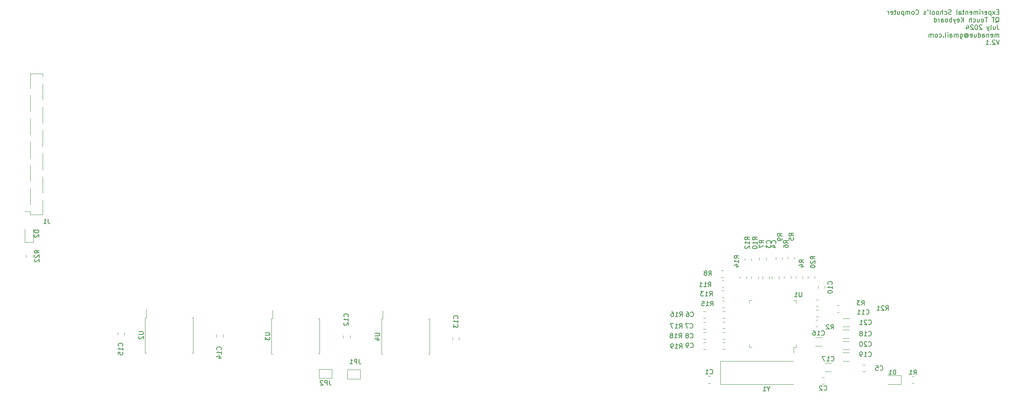
<source format=gbr>
G04 #@! TF.GenerationSoftware,KiCad,Pcbnew,5.1.5+dfsg1-2build2*
G04 #@! TF.CreationDate,2024-07-02T19:45:50+01:00*
G04 #@! TF.ProjectId,qt_touch1,71745f74-6f75-4636-9831-2e6b69636164,rev?*
G04 #@! TF.SameCoordinates,Original*
G04 #@! TF.FileFunction,Legend,Bot*
G04 #@! TF.FilePolarity,Positive*
%FSLAX46Y46*%
G04 Gerber Fmt 4.6, Leading zero omitted, Abs format (unit mm)*
G04 Created by KiCad (PCBNEW 5.1.5+dfsg1-2build2) date 2024-07-02 19:45:50*
%MOMM*%
%LPD*%
G04 APERTURE LIST*
%ADD10C,0.150000*%
%ADD11C,0.120000*%
G04 APERTURE END LIST*
D10*
X244739404Y-59853571D02*
X244406071Y-59853571D01*
X244263214Y-60377380D02*
X244739404Y-60377380D01*
X244739404Y-59377380D01*
X244263214Y-59377380D01*
X243929880Y-60377380D02*
X243406071Y-59710714D01*
X243929880Y-59710714D02*
X243406071Y-60377380D01*
X243025119Y-59710714D02*
X243025119Y-60710714D01*
X243025119Y-59758333D02*
X242929880Y-59710714D01*
X242739404Y-59710714D01*
X242644166Y-59758333D01*
X242596547Y-59805952D01*
X242548928Y-59901190D01*
X242548928Y-60186904D01*
X242596547Y-60282142D01*
X242644166Y-60329761D01*
X242739404Y-60377380D01*
X242929880Y-60377380D01*
X243025119Y-60329761D01*
X241739404Y-60329761D02*
X241834642Y-60377380D01*
X242025119Y-60377380D01*
X242120357Y-60329761D01*
X242167976Y-60234523D01*
X242167976Y-59853571D01*
X242120357Y-59758333D01*
X242025119Y-59710714D01*
X241834642Y-59710714D01*
X241739404Y-59758333D01*
X241691785Y-59853571D01*
X241691785Y-59948809D01*
X242167976Y-60044047D01*
X241263214Y-60377380D02*
X241263214Y-59710714D01*
X241263214Y-59901190D02*
X241215595Y-59805952D01*
X241167976Y-59758333D01*
X241072738Y-59710714D01*
X240977500Y-59710714D01*
X240644166Y-60377380D02*
X240644166Y-59710714D01*
X240644166Y-59377380D02*
X240691785Y-59425000D01*
X240644166Y-59472619D01*
X240596547Y-59425000D01*
X240644166Y-59377380D01*
X240644166Y-59472619D01*
X240167976Y-60377380D02*
X240167976Y-59710714D01*
X240167976Y-59805952D02*
X240120357Y-59758333D01*
X240025119Y-59710714D01*
X239882261Y-59710714D01*
X239787023Y-59758333D01*
X239739404Y-59853571D01*
X239739404Y-60377380D01*
X239739404Y-59853571D02*
X239691785Y-59758333D01*
X239596547Y-59710714D01*
X239453690Y-59710714D01*
X239358452Y-59758333D01*
X239310833Y-59853571D01*
X239310833Y-60377380D01*
X238453690Y-60329761D02*
X238548928Y-60377380D01*
X238739404Y-60377380D01*
X238834642Y-60329761D01*
X238882261Y-60234523D01*
X238882261Y-59853571D01*
X238834642Y-59758333D01*
X238739404Y-59710714D01*
X238548928Y-59710714D01*
X238453690Y-59758333D01*
X238406071Y-59853571D01*
X238406071Y-59948809D01*
X238882261Y-60044047D01*
X237977500Y-59710714D02*
X237977500Y-60377380D01*
X237977500Y-59805952D02*
X237929880Y-59758333D01*
X237834642Y-59710714D01*
X237691785Y-59710714D01*
X237596547Y-59758333D01*
X237548928Y-59853571D01*
X237548928Y-60377380D01*
X237215595Y-59710714D02*
X236834642Y-59710714D01*
X237072738Y-59377380D02*
X237072738Y-60234523D01*
X237025119Y-60329761D01*
X236929880Y-60377380D01*
X236834642Y-60377380D01*
X236072738Y-60377380D02*
X236072738Y-59853571D01*
X236120357Y-59758333D01*
X236215595Y-59710714D01*
X236406071Y-59710714D01*
X236501309Y-59758333D01*
X236072738Y-60329761D02*
X236167976Y-60377380D01*
X236406071Y-60377380D01*
X236501309Y-60329761D01*
X236548928Y-60234523D01*
X236548928Y-60139285D01*
X236501309Y-60044047D01*
X236406071Y-59996428D01*
X236167976Y-59996428D01*
X236072738Y-59948809D01*
X235453690Y-60377380D02*
X235548928Y-60329761D01*
X235596547Y-60234523D01*
X235596547Y-59377380D01*
X234358452Y-60329761D02*
X234215595Y-60377380D01*
X233977500Y-60377380D01*
X233882261Y-60329761D01*
X233834642Y-60282142D01*
X233787023Y-60186904D01*
X233787023Y-60091666D01*
X233834642Y-59996428D01*
X233882261Y-59948809D01*
X233977500Y-59901190D01*
X234167976Y-59853571D01*
X234263214Y-59805952D01*
X234310833Y-59758333D01*
X234358452Y-59663095D01*
X234358452Y-59567857D01*
X234310833Y-59472619D01*
X234263214Y-59425000D01*
X234167976Y-59377380D01*
X233929880Y-59377380D01*
X233787023Y-59425000D01*
X232929880Y-60329761D02*
X233025119Y-60377380D01*
X233215595Y-60377380D01*
X233310833Y-60329761D01*
X233358452Y-60282142D01*
X233406071Y-60186904D01*
X233406071Y-59901190D01*
X233358452Y-59805952D01*
X233310833Y-59758333D01*
X233215595Y-59710714D01*
X233025119Y-59710714D01*
X232929880Y-59758333D01*
X232501309Y-60377380D02*
X232501309Y-59377380D01*
X232072738Y-60377380D02*
X232072738Y-59853571D01*
X232120357Y-59758333D01*
X232215595Y-59710714D01*
X232358452Y-59710714D01*
X232453690Y-59758333D01*
X232501309Y-59805952D01*
X231453690Y-60377380D02*
X231548928Y-60329761D01*
X231596547Y-60282142D01*
X231644166Y-60186904D01*
X231644166Y-59901190D01*
X231596547Y-59805952D01*
X231548928Y-59758333D01*
X231453690Y-59710714D01*
X231310833Y-59710714D01*
X231215595Y-59758333D01*
X231167976Y-59805952D01*
X231120357Y-59901190D01*
X231120357Y-60186904D01*
X231167976Y-60282142D01*
X231215595Y-60329761D01*
X231310833Y-60377380D01*
X231453690Y-60377380D01*
X230548928Y-60377380D02*
X230644166Y-60329761D01*
X230691785Y-60282142D01*
X230739404Y-60186904D01*
X230739404Y-59901190D01*
X230691785Y-59805952D01*
X230644166Y-59758333D01*
X230548928Y-59710714D01*
X230406071Y-59710714D01*
X230310833Y-59758333D01*
X230263214Y-59805952D01*
X230215595Y-59901190D01*
X230215595Y-60186904D01*
X230263214Y-60282142D01*
X230310833Y-60329761D01*
X230406071Y-60377380D01*
X230548928Y-60377380D01*
X229644166Y-60377380D02*
X229739404Y-60329761D01*
X229787023Y-60234523D01*
X229787023Y-59377380D01*
X229215595Y-59377380D02*
X229310833Y-59567857D01*
X228834642Y-60329761D02*
X228739404Y-60377380D01*
X228548928Y-60377380D01*
X228453690Y-60329761D01*
X228406071Y-60234523D01*
X228406071Y-60186904D01*
X228453690Y-60091666D01*
X228548928Y-60044047D01*
X228691785Y-60044047D01*
X228787023Y-59996428D01*
X228834642Y-59901190D01*
X228834642Y-59853571D01*
X228787023Y-59758333D01*
X228691785Y-59710714D01*
X228548928Y-59710714D01*
X228453690Y-59758333D01*
X226644166Y-60282142D02*
X226691785Y-60329761D01*
X226834642Y-60377380D01*
X226929880Y-60377380D01*
X227072738Y-60329761D01*
X227167976Y-60234523D01*
X227215595Y-60139285D01*
X227263214Y-59948809D01*
X227263214Y-59805952D01*
X227215595Y-59615476D01*
X227167976Y-59520238D01*
X227072738Y-59425000D01*
X226929880Y-59377380D01*
X226834642Y-59377380D01*
X226691785Y-59425000D01*
X226644166Y-59472619D01*
X226072738Y-60377380D02*
X226167976Y-60329761D01*
X226215595Y-60282142D01*
X226263214Y-60186904D01*
X226263214Y-59901190D01*
X226215595Y-59805952D01*
X226167976Y-59758333D01*
X226072738Y-59710714D01*
X225929880Y-59710714D01*
X225834642Y-59758333D01*
X225787023Y-59805952D01*
X225739404Y-59901190D01*
X225739404Y-60186904D01*
X225787023Y-60282142D01*
X225834642Y-60329761D01*
X225929880Y-60377380D01*
X226072738Y-60377380D01*
X225310833Y-60377380D02*
X225310833Y-59710714D01*
X225310833Y-59805952D02*
X225263214Y-59758333D01*
X225167976Y-59710714D01*
X225025119Y-59710714D01*
X224929880Y-59758333D01*
X224882261Y-59853571D01*
X224882261Y-60377380D01*
X224882261Y-59853571D02*
X224834642Y-59758333D01*
X224739404Y-59710714D01*
X224596547Y-59710714D01*
X224501309Y-59758333D01*
X224453690Y-59853571D01*
X224453690Y-60377380D01*
X223977500Y-59710714D02*
X223977500Y-60710714D01*
X223977500Y-59758333D02*
X223882261Y-59710714D01*
X223691785Y-59710714D01*
X223596547Y-59758333D01*
X223548928Y-59805952D01*
X223501309Y-59901190D01*
X223501309Y-60186904D01*
X223548928Y-60282142D01*
X223596547Y-60329761D01*
X223691785Y-60377380D01*
X223882261Y-60377380D01*
X223977500Y-60329761D01*
X222644166Y-59710714D02*
X222644166Y-60377380D01*
X223072738Y-59710714D02*
X223072738Y-60234523D01*
X223025119Y-60329761D01*
X222929880Y-60377380D01*
X222787023Y-60377380D01*
X222691785Y-60329761D01*
X222644166Y-60282142D01*
X222310833Y-59710714D02*
X221929880Y-59710714D01*
X222167976Y-59377380D02*
X222167976Y-60234523D01*
X222120357Y-60329761D01*
X222025119Y-60377380D01*
X221929880Y-60377380D01*
X221215595Y-60329761D02*
X221310833Y-60377380D01*
X221501309Y-60377380D01*
X221596547Y-60329761D01*
X221644166Y-60234523D01*
X221644166Y-59853571D01*
X221596547Y-59758333D01*
X221501309Y-59710714D01*
X221310833Y-59710714D01*
X221215595Y-59758333D01*
X221167976Y-59853571D01*
X221167976Y-59948809D01*
X221644166Y-60044047D01*
X220739404Y-60377380D02*
X220739404Y-59710714D01*
X220739404Y-59901190D02*
X220691785Y-59805952D01*
X220644166Y-59758333D01*
X220548928Y-59710714D01*
X220453690Y-59710714D01*
X244072738Y-62122619D02*
X244167976Y-62075000D01*
X244263214Y-61979761D01*
X244406071Y-61836904D01*
X244501309Y-61789285D01*
X244596547Y-61789285D01*
X244548928Y-62027380D02*
X244644166Y-61979761D01*
X244739404Y-61884523D01*
X244787023Y-61694047D01*
X244787023Y-61360714D01*
X244739404Y-61170238D01*
X244644166Y-61075000D01*
X244548928Y-61027380D01*
X244358452Y-61027380D01*
X244263214Y-61075000D01*
X244167976Y-61170238D01*
X244120357Y-61360714D01*
X244120357Y-61694047D01*
X244167976Y-61884523D01*
X244263214Y-61979761D01*
X244358452Y-62027380D01*
X244548928Y-62027380D01*
X243834642Y-61027380D02*
X243263214Y-61027380D01*
X243548928Y-62027380D02*
X243548928Y-61027380D01*
X242310833Y-61027380D02*
X241739404Y-61027380D01*
X242025119Y-62027380D02*
X242025119Y-61027380D01*
X241263214Y-62027380D02*
X241358452Y-61979761D01*
X241406071Y-61932142D01*
X241453690Y-61836904D01*
X241453690Y-61551190D01*
X241406071Y-61455952D01*
X241358452Y-61408333D01*
X241263214Y-61360714D01*
X241120357Y-61360714D01*
X241025119Y-61408333D01*
X240977500Y-61455952D01*
X240929880Y-61551190D01*
X240929880Y-61836904D01*
X240977500Y-61932142D01*
X241025119Y-61979761D01*
X241120357Y-62027380D01*
X241263214Y-62027380D01*
X240072738Y-61360714D02*
X240072738Y-62027380D01*
X240501309Y-61360714D02*
X240501309Y-61884523D01*
X240453690Y-61979761D01*
X240358452Y-62027380D01*
X240215595Y-62027380D01*
X240120357Y-61979761D01*
X240072738Y-61932142D01*
X239167976Y-61979761D02*
X239263214Y-62027380D01*
X239453690Y-62027380D01*
X239548928Y-61979761D01*
X239596547Y-61932142D01*
X239644166Y-61836904D01*
X239644166Y-61551190D01*
X239596547Y-61455952D01*
X239548928Y-61408333D01*
X239453690Y-61360714D01*
X239263214Y-61360714D01*
X239167976Y-61408333D01*
X238739404Y-62027380D02*
X238739404Y-61027380D01*
X238310833Y-62027380D02*
X238310833Y-61503571D01*
X238358452Y-61408333D01*
X238453690Y-61360714D01*
X238596547Y-61360714D01*
X238691785Y-61408333D01*
X238739404Y-61455952D01*
X237072738Y-62027380D02*
X237072738Y-61027380D01*
X236501309Y-62027380D02*
X236929880Y-61455952D01*
X236501309Y-61027380D02*
X237072738Y-61598809D01*
X235691785Y-61979761D02*
X235787023Y-62027380D01*
X235977500Y-62027380D01*
X236072738Y-61979761D01*
X236120357Y-61884523D01*
X236120357Y-61503571D01*
X236072738Y-61408333D01*
X235977500Y-61360714D01*
X235787023Y-61360714D01*
X235691785Y-61408333D01*
X235644166Y-61503571D01*
X235644166Y-61598809D01*
X236120357Y-61694047D01*
X235310833Y-61360714D02*
X235072738Y-62027380D01*
X234834642Y-61360714D02*
X235072738Y-62027380D01*
X235167976Y-62265476D01*
X235215595Y-62313095D01*
X235310833Y-62360714D01*
X234453690Y-62027380D02*
X234453690Y-61027380D01*
X234453690Y-61408333D02*
X234358452Y-61360714D01*
X234167976Y-61360714D01*
X234072738Y-61408333D01*
X234025119Y-61455952D01*
X233977500Y-61551190D01*
X233977500Y-61836904D01*
X234025119Y-61932142D01*
X234072738Y-61979761D01*
X234167976Y-62027380D01*
X234358452Y-62027380D01*
X234453690Y-61979761D01*
X233406071Y-62027380D02*
X233501309Y-61979761D01*
X233548928Y-61932142D01*
X233596547Y-61836904D01*
X233596547Y-61551190D01*
X233548928Y-61455952D01*
X233501309Y-61408333D01*
X233406071Y-61360714D01*
X233263214Y-61360714D01*
X233167976Y-61408333D01*
X233120357Y-61455952D01*
X233072738Y-61551190D01*
X233072738Y-61836904D01*
X233120357Y-61932142D01*
X233167976Y-61979761D01*
X233263214Y-62027380D01*
X233406071Y-62027380D01*
X232215595Y-62027380D02*
X232215595Y-61503571D01*
X232263214Y-61408333D01*
X232358452Y-61360714D01*
X232548928Y-61360714D01*
X232644166Y-61408333D01*
X232215595Y-61979761D02*
X232310833Y-62027380D01*
X232548928Y-62027380D01*
X232644166Y-61979761D01*
X232691785Y-61884523D01*
X232691785Y-61789285D01*
X232644166Y-61694047D01*
X232548928Y-61646428D01*
X232310833Y-61646428D01*
X232215595Y-61598809D01*
X231739404Y-62027380D02*
X231739404Y-61360714D01*
X231739404Y-61551190D02*
X231691785Y-61455952D01*
X231644166Y-61408333D01*
X231548928Y-61360714D01*
X231453690Y-61360714D01*
X230691785Y-62027380D02*
X230691785Y-61027380D01*
X230691785Y-61979761D02*
X230787023Y-62027380D01*
X230977500Y-62027380D01*
X231072738Y-61979761D01*
X231120357Y-61932142D01*
X231167976Y-61836904D01*
X231167976Y-61551190D01*
X231120357Y-61455952D01*
X231072738Y-61408333D01*
X230977500Y-61360714D01*
X230787023Y-61360714D01*
X230691785Y-61408333D01*
X244453690Y-62677380D02*
X244453690Y-63391666D01*
X244501309Y-63534523D01*
X244596547Y-63629761D01*
X244739404Y-63677380D01*
X244834642Y-63677380D01*
X243548928Y-63010714D02*
X243548928Y-63677380D01*
X243977500Y-63010714D02*
X243977500Y-63534523D01*
X243929880Y-63629761D01*
X243834642Y-63677380D01*
X243691785Y-63677380D01*
X243596547Y-63629761D01*
X243548928Y-63582142D01*
X242929880Y-63677380D02*
X243025119Y-63629761D01*
X243072738Y-63534523D01*
X243072738Y-62677380D01*
X242644166Y-63010714D02*
X242406071Y-63677380D01*
X242167976Y-63010714D02*
X242406071Y-63677380D01*
X242501309Y-63915476D01*
X242548928Y-63963095D01*
X242644166Y-64010714D01*
X241072738Y-62772619D02*
X241025119Y-62725000D01*
X240929880Y-62677380D01*
X240691785Y-62677380D01*
X240596547Y-62725000D01*
X240548928Y-62772619D01*
X240501309Y-62867857D01*
X240501309Y-62963095D01*
X240548928Y-63105952D01*
X241120357Y-63677380D01*
X240501309Y-63677380D01*
X239882261Y-62677380D02*
X239787023Y-62677380D01*
X239691785Y-62725000D01*
X239644166Y-62772619D01*
X239596547Y-62867857D01*
X239548928Y-63058333D01*
X239548928Y-63296428D01*
X239596547Y-63486904D01*
X239644166Y-63582142D01*
X239691785Y-63629761D01*
X239787023Y-63677380D01*
X239882261Y-63677380D01*
X239977500Y-63629761D01*
X240025119Y-63582142D01*
X240072738Y-63486904D01*
X240120357Y-63296428D01*
X240120357Y-63058333D01*
X240072738Y-62867857D01*
X240025119Y-62772619D01*
X239977500Y-62725000D01*
X239882261Y-62677380D01*
X239167976Y-62772619D02*
X239120357Y-62725000D01*
X239025119Y-62677380D01*
X238787023Y-62677380D01*
X238691785Y-62725000D01*
X238644166Y-62772619D01*
X238596547Y-62867857D01*
X238596547Y-62963095D01*
X238644166Y-63105952D01*
X239215595Y-63677380D01*
X238596547Y-63677380D01*
X237739404Y-63010714D02*
X237739404Y-63677380D01*
X237977500Y-62629761D02*
X238215595Y-63344047D01*
X237596547Y-63344047D01*
X244739404Y-65327380D02*
X244739404Y-64660714D01*
X244739404Y-64755952D02*
X244691785Y-64708333D01*
X244596547Y-64660714D01*
X244453690Y-64660714D01*
X244358452Y-64708333D01*
X244310833Y-64803571D01*
X244310833Y-65327380D01*
X244310833Y-64803571D02*
X244263214Y-64708333D01*
X244167976Y-64660714D01*
X244025119Y-64660714D01*
X243929880Y-64708333D01*
X243882261Y-64803571D01*
X243882261Y-65327380D01*
X243025119Y-65279761D02*
X243120357Y-65327380D01*
X243310833Y-65327380D01*
X243406071Y-65279761D01*
X243453690Y-65184523D01*
X243453690Y-64803571D01*
X243406071Y-64708333D01*
X243310833Y-64660714D01*
X243120357Y-64660714D01*
X243025119Y-64708333D01*
X242977500Y-64803571D01*
X242977500Y-64898809D01*
X243453690Y-64994047D01*
X242548928Y-64660714D02*
X242548928Y-65327380D01*
X242548928Y-64755952D02*
X242501309Y-64708333D01*
X242406071Y-64660714D01*
X242263214Y-64660714D01*
X242167976Y-64708333D01*
X242120357Y-64803571D01*
X242120357Y-65327380D01*
X241215595Y-65327380D02*
X241215595Y-64803571D01*
X241263214Y-64708333D01*
X241358452Y-64660714D01*
X241548928Y-64660714D01*
X241644166Y-64708333D01*
X241215595Y-65279761D02*
X241310833Y-65327380D01*
X241548928Y-65327380D01*
X241644166Y-65279761D01*
X241691785Y-65184523D01*
X241691785Y-65089285D01*
X241644166Y-64994047D01*
X241548928Y-64946428D01*
X241310833Y-64946428D01*
X241215595Y-64898809D01*
X240310833Y-65327380D02*
X240310833Y-64327380D01*
X240310833Y-65279761D02*
X240406071Y-65327380D01*
X240596547Y-65327380D01*
X240691785Y-65279761D01*
X240739404Y-65232142D01*
X240787023Y-65136904D01*
X240787023Y-64851190D01*
X240739404Y-64755952D01*
X240691785Y-64708333D01*
X240596547Y-64660714D01*
X240406071Y-64660714D01*
X240310833Y-64708333D01*
X239406071Y-64660714D02*
X239406071Y-65327380D01*
X239834642Y-64660714D02*
X239834642Y-65184523D01*
X239787023Y-65279761D01*
X239691785Y-65327380D01*
X239548928Y-65327380D01*
X239453690Y-65279761D01*
X239406071Y-65232142D01*
X238548928Y-65279761D02*
X238644166Y-65327380D01*
X238834642Y-65327380D01*
X238929880Y-65279761D01*
X238977500Y-65184523D01*
X238977500Y-64803571D01*
X238929880Y-64708333D01*
X238834642Y-64660714D01*
X238644166Y-64660714D01*
X238548928Y-64708333D01*
X238501309Y-64803571D01*
X238501309Y-64898809D01*
X238977500Y-64994047D01*
X237453690Y-64851190D02*
X237501309Y-64803571D01*
X237596547Y-64755952D01*
X237691785Y-64755952D01*
X237787023Y-64803571D01*
X237834642Y-64851190D01*
X237882261Y-64946428D01*
X237882261Y-65041666D01*
X237834642Y-65136904D01*
X237787023Y-65184523D01*
X237691785Y-65232142D01*
X237596547Y-65232142D01*
X237501309Y-65184523D01*
X237453690Y-65136904D01*
X237453690Y-64755952D02*
X237453690Y-65136904D01*
X237406071Y-65184523D01*
X237358452Y-65184523D01*
X237263214Y-65136904D01*
X237215595Y-65041666D01*
X237215595Y-64803571D01*
X237310833Y-64660714D01*
X237453690Y-64565476D01*
X237644166Y-64517857D01*
X237834642Y-64565476D01*
X237977500Y-64660714D01*
X238072738Y-64803571D01*
X238120357Y-64994047D01*
X238072738Y-65184523D01*
X237977500Y-65327380D01*
X237834642Y-65422619D01*
X237644166Y-65470238D01*
X237453690Y-65422619D01*
X237310833Y-65327380D01*
X236358452Y-64660714D02*
X236358452Y-65470238D01*
X236406071Y-65565476D01*
X236453690Y-65613095D01*
X236548928Y-65660714D01*
X236691785Y-65660714D01*
X236787023Y-65613095D01*
X236358452Y-65279761D02*
X236453690Y-65327380D01*
X236644166Y-65327380D01*
X236739404Y-65279761D01*
X236787023Y-65232142D01*
X236834642Y-65136904D01*
X236834642Y-64851190D01*
X236787023Y-64755952D01*
X236739404Y-64708333D01*
X236644166Y-64660714D01*
X236453690Y-64660714D01*
X236358452Y-64708333D01*
X235882261Y-65327380D02*
X235882261Y-64660714D01*
X235882261Y-64755952D02*
X235834642Y-64708333D01*
X235739404Y-64660714D01*
X235596547Y-64660714D01*
X235501309Y-64708333D01*
X235453690Y-64803571D01*
X235453690Y-65327380D01*
X235453690Y-64803571D02*
X235406071Y-64708333D01*
X235310833Y-64660714D01*
X235167976Y-64660714D01*
X235072738Y-64708333D01*
X235025119Y-64803571D01*
X235025119Y-65327380D01*
X234120357Y-65327380D02*
X234120357Y-64803571D01*
X234167976Y-64708333D01*
X234263214Y-64660714D01*
X234453690Y-64660714D01*
X234548928Y-64708333D01*
X234120357Y-65279761D02*
X234215595Y-65327380D01*
X234453690Y-65327380D01*
X234548928Y-65279761D01*
X234596547Y-65184523D01*
X234596547Y-65089285D01*
X234548928Y-64994047D01*
X234453690Y-64946428D01*
X234215595Y-64946428D01*
X234120357Y-64898809D01*
X233644166Y-65327380D02*
X233644166Y-64660714D01*
X233644166Y-64327380D02*
X233691785Y-64375000D01*
X233644166Y-64422619D01*
X233596547Y-64375000D01*
X233644166Y-64327380D01*
X233644166Y-64422619D01*
X233025119Y-65327380D02*
X233120357Y-65279761D01*
X233167976Y-65184523D01*
X233167976Y-64327380D01*
X232644166Y-65232142D02*
X232596547Y-65279761D01*
X232644166Y-65327380D01*
X232691785Y-65279761D01*
X232644166Y-65232142D01*
X232644166Y-65327380D01*
X231739404Y-65279761D02*
X231834642Y-65327380D01*
X232025119Y-65327380D01*
X232120357Y-65279761D01*
X232167976Y-65232142D01*
X232215595Y-65136904D01*
X232215595Y-64851190D01*
X232167976Y-64755952D01*
X232120357Y-64708333D01*
X232025119Y-64660714D01*
X231834642Y-64660714D01*
X231739404Y-64708333D01*
X231167976Y-65327380D02*
X231263214Y-65279761D01*
X231310833Y-65232142D01*
X231358452Y-65136904D01*
X231358452Y-64851190D01*
X231310833Y-64755952D01*
X231263214Y-64708333D01*
X231167976Y-64660714D01*
X231025119Y-64660714D01*
X230929880Y-64708333D01*
X230882261Y-64755952D01*
X230834642Y-64851190D01*
X230834642Y-65136904D01*
X230882261Y-65232142D01*
X230929880Y-65279761D01*
X231025119Y-65327380D01*
X231167976Y-65327380D01*
X230406071Y-65327380D02*
X230406071Y-64660714D01*
X230406071Y-64755952D02*
X230358452Y-64708333D01*
X230263214Y-64660714D01*
X230120357Y-64660714D01*
X230025119Y-64708333D01*
X229977500Y-64803571D01*
X229977500Y-65327380D01*
X229977500Y-64803571D02*
X229929880Y-64708333D01*
X229834642Y-64660714D01*
X229691785Y-64660714D01*
X229596547Y-64708333D01*
X229548928Y-64803571D01*
X229548928Y-65327380D01*
X244882261Y-65977380D02*
X244548928Y-66977380D01*
X244215595Y-65977380D01*
X243929880Y-66072619D02*
X243882261Y-66025000D01*
X243787023Y-65977380D01*
X243548928Y-65977380D01*
X243453690Y-66025000D01*
X243406071Y-66072619D01*
X243358452Y-66167857D01*
X243358452Y-66263095D01*
X243406071Y-66405952D01*
X243977500Y-66977380D01*
X243358452Y-66977380D01*
X242929880Y-66882142D02*
X242882261Y-66929761D01*
X242929880Y-66977380D01*
X242977500Y-66929761D01*
X242929880Y-66882142D01*
X242929880Y-66977380D01*
X241929880Y-66977380D02*
X242501309Y-66977380D01*
X242215595Y-66977380D02*
X242215595Y-65977380D01*
X242310833Y-66120238D01*
X242406071Y-66215476D01*
X242501309Y-66263095D01*
D11*
X210751248Y-126790000D02*
X212173752Y-126790000D01*
X210751248Y-128610000D02*
X212173752Y-128610000D01*
X210688748Y-131790000D02*
X212111252Y-131790000D01*
X210688748Y-133610000D02*
X212111252Y-133610000D01*
X210688748Y-134290000D02*
X212111252Y-134290000D01*
X210688748Y-136110000D02*
X212111252Y-136110000D01*
X210688748Y-129290000D02*
X212111252Y-129290000D01*
X210688748Y-131110000D02*
X212111252Y-131110000D01*
X208211252Y-138410000D02*
X206788748Y-138410000D01*
X208211252Y-136590000D02*
X206788748Y-136590000D01*
X206111252Y-132810000D02*
X204688748Y-132810000D01*
X206111252Y-130990000D02*
X204688748Y-130990000D01*
X110195000Y-126940000D02*
X110195000Y-125125000D01*
X109940000Y-126940000D02*
X110195000Y-126940000D01*
X109940000Y-130800000D02*
X109940000Y-126940000D01*
X109940000Y-134660000D02*
X110195000Y-134660000D01*
X109940000Y-130800000D02*
X109940000Y-134660000D01*
X120460000Y-126940000D02*
X120205000Y-126940000D01*
X120460000Y-130800000D02*
X120460000Y-126940000D01*
X120460000Y-134660000D02*
X120205000Y-134660000D01*
X120460000Y-130800000D02*
X120460000Y-134660000D01*
X86195000Y-126840000D02*
X86195000Y-125025000D01*
X85940000Y-126840000D02*
X86195000Y-126840000D01*
X85940000Y-130700000D02*
X85940000Y-126840000D01*
X85940000Y-134560000D02*
X86195000Y-134560000D01*
X85940000Y-130700000D02*
X85940000Y-134560000D01*
X96460000Y-126840000D02*
X96205000Y-126840000D01*
X96460000Y-130700000D02*
X96460000Y-126840000D01*
X96460000Y-134560000D02*
X96205000Y-134560000D01*
X96460000Y-130700000D02*
X96460000Y-134560000D01*
X58595000Y-126640000D02*
X58595000Y-124825000D01*
X58340000Y-126640000D02*
X58595000Y-126640000D01*
X58340000Y-130500000D02*
X58340000Y-126640000D01*
X58340000Y-134360000D02*
X58595000Y-134360000D01*
X58340000Y-130500000D02*
X58340000Y-134360000D01*
X68860000Y-126640000D02*
X68605000Y-126640000D01*
X68860000Y-130500000D02*
X68860000Y-126640000D01*
X68860000Y-134360000D02*
X68605000Y-134360000D01*
X68860000Y-130500000D02*
X68860000Y-134360000D01*
X96300000Y-139900000D02*
X99100000Y-139900000D01*
X99100000Y-139900000D02*
X99100000Y-137900000D01*
X99100000Y-137900000D02*
X96300000Y-137900000D01*
X96300000Y-137900000D02*
X96300000Y-139900000D01*
X102500000Y-140000000D02*
X105300000Y-140000000D01*
X105300000Y-140000000D02*
X105300000Y-138000000D01*
X105300000Y-138000000D02*
X102500000Y-138000000D01*
X102500000Y-138000000D02*
X102500000Y-140000000D01*
X32365000Y-113427064D02*
X32365000Y-112972936D01*
X33835000Y-113427064D02*
X33835000Y-112972936D01*
X32040000Y-110160000D02*
X32040000Y-107300000D01*
X33960000Y-110160000D02*
X32040000Y-110160000D01*
X33960000Y-107300000D02*
X33960000Y-110160000D01*
X223385000Y-141210000D02*
X220525000Y-141210000D01*
X223385000Y-139290000D02*
X223385000Y-141210000D01*
X220525000Y-139290000D02*
X223385000Y-139290000D01*
X32060000Y-103430000D02*
X33270000Y-103430000D01*
X33270000Y-76510000D02*
X33270000Y-73300000D01*
X33270000Y-81590000D02*
X33270000Y-78030000D01*
X33270000Y-86670000D02*
X33270000Y-83110000D01*
X33270000Y-91750000D02*
X33270000Y-88190000D01*
X33270000Y-96830000D02*
X33270000Y-93270000D01*
X33270000Y-101910000D02*
X33270000Y-98350000D01*
X33270000Y-104100000D02*
X33270000Y-103430000D01*
X33270000Y-73300000D02*
X35930000Y-73300000D01*
X35930000Y-73970000D02*
X35930000Y-73300000D01*
X35930000Y-79050000D02*
X35930000Y-75490000D01*
X35930000Y-84130000D02*
X35930000Y-80570000D01*
X35930000Y-89210000D02*
X35930000Y-85650000D01*
X35930000Y-94290000D02*
X35930000Y-90730000D01*
X35930000Y-99370000D02*
X35930000Y-95810000D01*
X35930000Y-104100000D02*
X35930000Y-100890000D01*
X33270000Y-104100000D02*
X35930000Y-104100000D01*
X52365000Y-130361252D02*
X52365000Y-129838748D01*
X53835000Y-130361252D02*
X53835000Y-129838748D01*
X73865000Y-130861252D02*
X73865000Y-130338748D01*
X75335000Y-130861252D02*
X75335000Y-130338748D01*
X125440000Y-131511252D02*
X125440000Y-130988748D01*
X126910000Y-131511252D02*
X126910000Y-130988748D01*
X101615000Y-131086252D02*
X101615000Y-130563748D01*
X103085000Y-131086252D02*
X103085000Y-130563748D01*
X204838748Y-124965000D02*
X205361252Y-124965000D01*
X204838748Y-126435000D02*
X205361252Y-126435000D01*
X206735000Y-119738748D02*
X206735000Y-120261252D01*
X205265000Y-119738748D02*
X205265000Y-120261252D01*
X184961252Y-133535000D02*
X184438748Y-133535000D01*
X184961252Y-132065000D02*
X184438748Y-132065000D01*
X184961252Y-131335000D02*
X184438748Y-131335000D01*
X184961252Y-129865000D02*
X184438748Y-129865000D01*
X184961252Y-129035000D02*
X184438748Y-129035000D01*
X184961252Y-127565000D02*
X184438748Y-127565000D01*
X184961252Y-126735000D02*
X184438748Y-126735000D01*
X184961252Y-125265000D02*
X184438748Y-125265000D01*
X215561252Y-138435000D02*
X215038748Y-138435000D01*
X215561252Y-136965000D02*
X215038748Y-136965000D01*
X195265000Y-118161252D02*
X195265000Y-117638748D01*
X196735000Y-118161252D02*
X196735000Y-117638748D01*
X193165000Y-118161252D02*
X193165000Y-117638748D01*
X194635000Y-118161252D02*
X194635000Y-117638748D01*
X206138748Y-139665000D02*
X206661252Y-139665000D01*
X206138748Y-141135000D02*
X206661252Y-141135000D01*
X181761252Y-140935000D02*
X181238748Y-140935000D01*
X181761252Y-139465000D02*
X181238748Y-139465000D01*
X183925000Y-136150000D02*
X199900000Y-136150000D01*
X183925000Y-141250000D02*
X183925000Y-136150000D01*
X199900000Y-141250000D02*
X183925000Y-141250000D01*
X199935000Y-133110000D02*
X199935000Y-134400000D01*
X200510000Y-133110000D02*
X199935000Y-133110000D01*
X200510000Y-132535000D02*
X200510000Y-133110000D01*
X200510000Y-122890000D02*
X199935000Y-122890000D01*
X200510000Y-123465000D02*
X200510000Y-122890000D01*
X190290000Y-133110000D02*
X190865000Y-133110000D01*
X190290000Y-132535000D02*
X190290000Y-133110000D01*
X190290000Y-122890000D02*
X190865000Y-122890000D01*
X190290000Y-123465000D02*
X190290000Y-122890000D01*
X209422936Y-123965000D02*
X209877064Y-123965000D01*
X209422936Y-125435000D02*
X209877064Y-125435000D01*
X203065000Y-118027064D02*
X203065000Y-117572936D01*
X204535000Y-118027064D02*
X204535000Y-117572936D01*
X180727064Y-133535000D02*
X180272936Y-133535000D01*
X180727064Y-132065000D02*
X180272936Y-132065000D01*
X180727064Y-131335000D02*
X180272936Y-131335000D01*
X180727064Y-129865000D02*
X180272936Y-129865000D01*
X180727064Y-129135000D02*
X180272936Y-129135000D01*
X180727064Y-127665000D02*
X180272936Y-127665000D01*
X180727064Y-126735000D02*
X180272936Y-126735000D01*
X180727064Y-125265000D02*
X180272936Y-125265000D01*
X184827064Y-124435000D02*
X184372936Y-124435000D01*
X184827064Y-122965000D02*
X184372936Y-122965000D01*
X188165000Y-118127064D02*
X188165000Y-117672936D01*
X189635000Y-118127064D02*
X189635000Y-117672936D01*
X184727064Y-122235000D02*
X184272936Y-122235000D01*
X184727064Y-120765000D02*
X184272936Y-120765000D01*
X189265000Y-114127064D02*
X189265000Y-113672936D01*
X190735000Y-114127064D02*
X190735000Y-113672936D01*
X184727064Y-120035000D02*
X184272936Y-120035000D01*
X184727064Y-118565000D02*
X184272936Y-118565000D01*
X190765000Y-118127064D02*
X190765000Y-117672936D01*
X192235000Y-118127064D02*
X192235000Y-117672936D01*
X196065000Y-113927064D02*
X196065000Y-113472936D01*
X197535000Y-113927064D02*
X197535000Y-113472936D01*
X184627064Y-117835000D02*
X184172936Y-117835000D01*
X184627064Y-116365000D02*
X184172936Y-116365000D01*
X192465000Y-114027064D02*
X192465000Y-113572936D01*
X193935000Y-114027064D02*
X193935000Y-113572936D01*
X197865000Y-118027064D02*
X197865000Y-117572936D01*
X199335000Y-118027064D02*
X199335000Y-117572936D01*
X198665000Y-113827064D02*
X198665000Y-113372936D01*
X200135000Y-113827064D02*
X200135000Y-113372936D01*
X200465000Y-118027064D02*
X200465000Y-117572936D01*
X201935000Y-118027064D02*
X201935000Y-117572936D01*
X204872936Y-122765000D02*
X205327064Y-122765000D01*
X204872936Y-124235000D02*
X205327064Y-124235000D01*
X204772936Y-127165000D02*
X205227064Y-127165000D01*
X204772936Y-128635000D02*
X205227064Y-128635000D01*
X226252064Y-140985000D02*
X225797936Y-140985000D01*
X226252064Y-139515000D02*
X225797936Y-139515000D01*
D10*
X216292857Y-128057142D02*
X216340476Y-128104761D01*
X216483333Y-128152380D01*
X216578571Y-128152380D01*
X216721428Y-128104761D01*
X216816666Y-128009523D01*
X216864285Y-127914285D01*
X216911904Y-127723809D01*
X216911904Y-127580952D01*
X216864285Y-127390476D01*
X216816666Y-127295238D01*
X216721428Y-127200000D01*
X216578571Y-127152380D01*
X216483333Y-127152380D01*
X216340476Y-127200000D01*
X216292857Y-127247619D01*
X215911904Y-127247619D02*
X215864285Y-127200000D01*
X215769047Y-127152380D01*
X215530952Y-127152380D01*
X215435714Y-127200000D01*
X215388095Y-127247619D01*
X215340476Y-127342857D01*
X215340476Y-127438095D01*
X215388095Y-127580952D01*
X215959523Y-128152380D01*
X215340476Y-128152380D01*
X214388095Y-128152380D02*
X214959523Y-128152380D01*
X214673809Y-128152380D02*
X214673809Y-127152380D01*
X214769047Y-127295238D01*
X214864285Y-127390476D01*
X214959523Y-127438095D01*
X216292857Y-132807142D02*
X216340476Y-132854761D01*
X216483333Y-132902380D01*
X216578571Y-132902380D01*
X216721428Y-132854761D01*
X216816666Y-132759523D01*
X216864285Y-132664285D01*
X216911904Y-132473809D01*
X216911904Y-132330952D01*
X216864285Y-132140476D01*
X216816666Y-132045238D01*
X216721428Y-131950000D01*
X216578571Y-131902380D01*
X216483333Y-131902380D01*
X216340476Y-131950000D01*
X216292857Y-131997619D01*
X215911904Y-131997619D02*
X215864285Y-131950000D01*
X215769047Y-131902380D01*
X215530952Y-131902380D01*
X215435714Y-131950000D01*
X215388095Y-131997619D01*
X215340476Y-132092857D01*
X215340476Y-132188095D01*
X215388095Y-132330952D01*
X215959523Y-132902380D01*
X215340476Y-132902380D01*
X214721428Y-131902380D02*
X214626190Y-131902380D01*
X214530952Y-131950000D01*
X214483333Y-131997619D01*
X214435714Y-132092857D01*
X214388095Y-132283333D01*
X214388095Y-132521428D01*
X214435714Y-132711904D01*
X214483333Y-132807142D01*
X214530952Y-132854761D01*
X214626190Y-132902380D01*
X214721428Y-132902380D01*
X214816666Y-132854761D01*
X214864285Y-132807142D01*
X214911904Y-132711904D01*
X214959523Y-132521428D01*
X214959523Y-132283333D01*
X214911904Y-132092857D01*
X214864285Y-131997619D01*
X214816666Y-131950000D01*
X214721428Y-131902380D01*
X216292857Y-135057142D02*
X216340476Y-135104761D01*
X216483333Y-135152380D01*
X216578571Y-135152380D01*
X216721428Y-135104761D01*
X216816666Y-135009523D01*
X216864285Y-134914285D01*
X216911904Y-134723809D01*
X216911904Y-134580952D01*
X216864285Y-134390476D01*
X216816666Y-134295238D01*
X216721428Y-134200000D01*
X216578571Y-134152380D01*
X216483333Y-134152380D01*
X216340476Y-134200000D01*
X216292857Y-134247619D01*
X215340476Y-135152380D02*
X215911904Y-135152380D01*
X215626190Y-135152380D02*
X215626190Y-134152380D01*
X215721428Y-134295238D01*
X215816666Y-134390476D01*
X215911904Y-134438095D01*
X214864285Y-135152380D02*
X214673809Y-135152380D01*
X214578571Y-135104761D01*
X214530952Y-135057142D01*
X214435714Y-134914285D01*
X214388095Y-134723809D01*
X214388095Y-134342857D01*
X214435714Y-134247619D01*
X214483333Y-134200000D01*
X214578571Y-134152380D01*
X214769047Y-134152380D01*
X214864285Y-134200000D01*
X214911904Y-134247619D01*
X214959523Y-134342857D01*
X214959523Y-134580952D01*
X214911904Y-134676190D01*
X214864285Y-134723809D01*
X214769047Y-134771428D01*
X214578571Y-134771428D01*
X214483333Y-134723809D01*
X214435714Y-134676190D01*
X214388095Y-134580952D01*
X216292857Y-130557142D02*
X216340476Y-130604761D01*
X216483333Y-130652380D01*
X216578571Y-130652380D01*
X216721428Y-130604761D01*
X216816666Y-130509523D01*
X216864285Y-130414285D01*
X216911904Y-130223809D01*
X216911904Y-130080952D01*
X216864285Y-129890476D01*
X216816666Y-129795238D01*
X216721428Y-129700000D01*
X216578571Y-129652380D01*
X216483333Y-129652380D01*
X216340476Y-129700000D01*
X216292857Y-129747619D01*
X215340476Y-130652380D02*
X215911904Y-130652380D01*
X215626190Y-130652380D02*
X215626190Y-129652380D01*
X215721428Y-129795238D01*
X215816666Y-129890476D01*
X215911904Y-129938095D01*
X214769047Y-130080952D02*
X214864285Y-130033333D01*
X214911904Y-129985714D01*
X214959523Y-129890476D01*
X214959523Y-129842857D01*
X214911904Y-129747619D01*
X214864285Y-129700000D01*
X214769047Y-129652380D01*
X214578571Y-129652380D01*
X214483333Y-129700000D01*
X214435714Y-129747619D01*
X214388095Y-129842857D01*
X214388095Y-129890476D01*
X214435714Y-129985714D01*
X214483333Y-130033333D01*
X214578571Y-130080952D01*
X214769047Y-130080952D01*
X214864285Y-130128571D01*
X214911904Y-130176190D01*
X214959523Y-130271428D01*
X214959523Y-130461904D01*
X214911904Y-130557142D01*
X214864285Y-130604761D01*
X214769047Y-130652380D01*
X214578571Y-130652380D01*
X214483333Y-130604761D01*
X214435714Y-130557142D01*
X214388095Y-130461904D01*
X214388095Y-130271428D01*
X214435714Y-130176190D01*
X214483333Y-130128571D01*
X214578571Y-130080952D01*
X208142857Y-136007142D02*
X208190476Y-136054761D01*
X208333333Y-136102380D01*
X208428571Y-136102380D01*
X208571428Y-136054761D01*
X208666666Y-135959523D01*
X208714285Y-135864285D01*
X208761904Y-135673809D01*
X208761904Y-135530952D01*
X208714285Y-135340476D01*
X208666666Y-135245238D01*
X208571428Y-135150000D01*
X208428571Y-135102380D01*
X208333333Y-135102380D01*
X208190476Y-135150000D01*
X208142857Y-135197619D01*
X207190476Y-136102380D02*
X207761904Y-136102380D01*
X207476190Y-136102380D02*
X207476190Y-135102380D01*
X207571428Y-135245238D01*
X207666666Y-135340476D01*
X207761904Y-135388095D01*
X206857142Y-135102380D02*
X206190476Y-135102380D01*
X206619047Y-136102380D01*
X206042857Y-130407142D02*
X206090476Y-130454761D01*
X206233333Y-130502380D01*
X206328571Y-130502380D01*
X206471428Y-130454761D01*
X206566666Y-130359523D01*
X206614285Y-130264285D01*
X206661904Y-130073809D01*
X206661904Y-129930952D01*
X206614285Y-129740476D01*
X206566666Y-129645238D01*
X206471428Y-129550000D01*
X206328571Y-129502380D01*
X206233333Y-129502380D01*
X206090476Y-129550000D01*
X206042857Y-129597619D01*
X205090476Y-130502380D02*
X205661904Y-130502380D01*
X205376190Y-130502380D02*
X205376190Y-129502380D01*
X205471428Y-129645238D01*
X205566666Y-129740476D01*
X205661904Y-129788095D01*
X204233333Y-129502380D02*
X204423809Y-129502380D01*
X204519047Y-129550000D01*
X204566666Y-129597619D01*
X204661904Y-129740476D01*
X204709523Y-129930952D01*
X204709523Y-130311904D01*
X204661904Y-130407142D01*
X204614285Y-130454761D01*
X204519047Y-130502380D01*
X204328571Y-130502380D01*
X204233333Y-130454761D01*
X204185714Y-130407142D01*
X204138095Y-130311904D01*
X204138095Y-130073809D01*
X204185714Y-129978571D01*
X204233333Y-129930952D01*
X204328571Y-129883333D01*
X204519047Y-129883333D01*
X204614285Y-129930952D01*
X204661904Y-129978571D01*
X204709523Y-130073809D01*
X108552380Y-130038095D02*
X109361904Y-130038095D01*
X109457142Y-130085714D01*
X109504761Y-130133333D01*
X109552380Y-130228571D01*
X109552380Y-130419047D01*
X109504761Y-130514285D01*
X109457142Y-130561904D01*
X109361904Y-130609523D01*
X108552380Y-130609523D01*
X108885714Y-131514285D02*
X109552380Y-131514285D01*
X108504761Y-131276190D02*
X109219047Y-131038095D01*
X109219047Y-131657142D01*
X84552380Y-129938095D02*
X85361904Y-129938095D01*
X85457142Y-129985714D01*
X85504761Y-130033333D01*
X85552380Y-130128571D01*
X85552380Y-130319047D01*
X85504761Y-130414285D01*
X85457142Y-130461904D01*
X85361904Y-130509523D01*
X84552380Y-130509523D01*
X84552380Y-130890476D02*
X84552380Y-131509523D01*
X84933333Y-131176190D01*
X84933333Y-131319047D01*
X84980952Y-131414285D01*
X85028571Y-131461904D01*
X85123809Y-131509523D01*
X85361904Y-131509523D01*
X85457142Y-131461904D01*
X85504761Y-131414285D01*
X85552380Y-131319047D01*
X85552380Y-131033333D01*
X85504761Y-130938095D01*
X85457142Y-130890476D01*
X56952380Y-129738095D02*
X57761904Y-129738095D01*
X57857142Y-129785714D01*
X57904761Y-129833333D01*
X57952380Y-129928571D01*
X57952380Y-130119047D01*
X57904761Y-130214285D01*
X57857142Y-130261904D01*
X57761904Y-130309523D01*
X56952380Y-130309523D01*
X57047619Y-130738095D02*
X57000000Y-130785714D01*
X56952380Y-130880952D01*
X56952380Y-131119047D01*
X57000000Y-131214285D01*
X57047619Y-131261904D01*
X57142857Y-131309523D01*
X57238095Y-131309523D01*
X57380952Y-131261904D01*
X57952380Y-130690476D01*
X57952380Y-131309523D01*
X98583333Y-140352380D02*
X98583333Y-141066666D01*
X98630952Y-141209523D01*
X98726190Y-141304761D01*
X98869047Y-141352380D01*
X98964285Y-141352380D01*
X98107142Y-141352380D02*
X98107142Y-140352380D01*
X97726190Y-140352380D01*
X97630952Y-140400000D01*
X97583333Y-140447619D01*
X97535714Y-140542857D01*
X97535714Y-140685714D01*
X97583333Y-140780952D01*
X97630952Y-140828571D01*
X97726190Y-140876190D01*
X98107142Y-140876190D01*
X97154761Y-140447619D02*
X97107142Y-140400000D01*
X97011904Y-140352380D01*
X96773809Y-140352380D01*
X96678571Y-140400000D01*
X96630952Y-140447619D01*
X96583333Y-140542857D01*
X96583333Y-140638095D01*
X96630952Y-140780952D01*
X97202380Y-141352380D01*
X96583333Y-141352380D01*
X105058333Y-135752380D02*
X105058333Y-136466666D01*
X105105952Y-136609523D01*
X105201190Y-136704761D01*
X105344047Y-136752380D01*
X105439285Y-136752380D01*
X104582142Y-136752380D02*
X104582142Y-135752380D01*
X104201190Y-135752380D01*
X104105952Y-135800000D01*
X104058333Y-135847619D01*
X104010714Y-135942857D01*
X104010714Y-136085714D01*
X104058333Y-136180952D01*
X104105952Y-136228571D01*
X104201190Y-136276190D01*
X104582142Y-136276190D01*
X103058333Y-136752380D02*
X103629761Y-136752380D01*
X103344047Y-136752380D02*
X103344047Y-135752380D01*
X103439285Y-135895238D01*
X103534523Y-135990476D01*
X103629761Y-136038095D01*
X35202380Y-112557142D02*
X34726190Y-112223809D01*
X35202380Y-111985714D02*
X34202380Y-111985714D01*
X34202380Y-112366666D01*
X34250000Y-112461904D01*
X34297619Y-112509523D01*
X34392857Y-112557142D01*
X34535714Y-112557142D01*
X34630952Y-112509523D01*
X34678571Y-112461904D01*
X34726190Y-112366666D01*
X34726190Y-111985714D01*
X34297619Y-112938095D02*
X34250000Y-112985714D01*
X34202380Y-113080952D01*
X34202380Y-113319047D01*
X34250000Y-113414285D01*
X34297619Y-113461904D01*
X34392857Y-113509523D01*
X34488095Y-113509523D01*
X34630952Y-113461904D01*
X35202380Y-112890476D01*
X35202380Y-113509523D01*
X34297619Y-113890476D02*
X34250000Y-113938095D01*
X34202380Y-114033333D01*
X34202380Y-114271428D01*
X34250000Y-114366666D01*
X34297619Y-114414285D01*
X34392857Y-114461904D01*
X34488095Y-114461904D01*
X34630952Y-114414285D01*
X35202380Y-113842857D01*
X35202380Y-114461904D01*
X35102380Y-107561904D02*
X34102380Y-107561904D01*
X34102380Y-107800000D01*
X34150000Y-107942857D01*
X34245238Y-108038095D01*
X34340476Y-108085714D01*
X34530952Y-108133333D01*
X34673809Y-108133333D01*
X34864285Y-108085714D01*
X34959523Y-108038095D01*
X35054761Y-107942857D01*
X35102380Y-107800000D01*
X35102380Y-107561904D01*
X34197619Y-108514285D02*
X34150000Y-108561904D01*
X34102380Y-108657142D01*
X34102380Y-108895238D01*
X34150000Y-108990476D01*
X34197619Y-109038095D01*
X34292857Y-109085714D01*
X34388095Y-109085714D01*
X34530952Y-109038095D01*
X35102380Y-108466666D01*
X35102380Y-109085714D01*
X222263095Y-139052380D02*
X222263095Y-138052380D01*
X222025000Y-138052380D01*
X221882142Y-138100000D01*
X221786904Y-138195238D01*
X221739285Y-138290476D01*
X221691666Y-138480952D01*
X221691666Y-138623809D01*
X221739285Y-138814285D01*
X221786904Y-138909523D01*
X221882142Y-139004761D01*
X222025000Y-139052380D01*
X222263095Y-139052380D01*
X220739285Y-139052380D02*
X221310714Y-139052380D01*
X221025000Y-139052380D02*
X221025000Y-138052380D01*
X221120238Y-138195238D01*
X221215476Y-138290476D01*
X221310714Y-138338095D01*
X37183333Y-105102380D02*
X37183333Y-105816666D01*
X37230952Y-105959523D01*
X37326190Y-106054761D01*
X37469047Y-106102380D01*
X37564285Y-106102380D01*
X36183333Y-106102380D02*
X36754761Y-106102380D01*
X36469047Y-106102380D02*
X36469047Y-105102380D01*
X36564285Y-105245238D01*
X36659523Y-105340476D01*
X36754761Y-105388095D01*
X53357142Y-132857142D02*
X53404761Y-132809523D01*
X53452380Y-132666666D01*
X53452380Y-132571428D01*
X53404761Y-132428571D01*
X53309523Y-132333333D01*
X53214285Y-132285714D01*
X53023809Y-132238095D01*
X52880952Y-132238095D01*
X52690476Y-132285714D01*
X52595238Y-132333333D01*
X52500000Y-132428571D01*
X52452380Y-132571428D01*
X52452380Y-132666666D01*
X52500000Y-132809523D01*
X52547619Y-132857142D01*
X53452380Y-133809523D02*
X53452380Y-133238095D01*
X53452380Y-133523809D02*
X52452380Y-133523809D01*
X52595238Y-133428571D01*
X52690476Y-133333333D01*
X52738095Y-133238095D01*
X52452380Y-134714285D02*
X52452380Y-134238095D01*
X52928571Y-134190476D01*
X52880952Y-134238095D01*
X52833333Y-134333333D01*
X52833333Y-134571428D01*
X52880952Y-134666666D01*
X52928571Y-134714285D01*
X53023809Y-134761904D01*
X53261904Y-134761904D01*
X53357142Y-134714285D01*
X53404761Y-134666666D01*
X53452380Y-134571428D01*
X53452380Y-134333333D01*
X53404761Y-134238095D01*
X53357142Y-134190476D01*
X74882142Y-133632142D02*
X74929761Y-133584523D01*
X74977380Y-133441666D01*
X74977380Y-133346428D01*
X74929761Y-133203571D01*
X74834523Y-133108333D01*
X74739285Y-133060714D01*
X74548809Y-133013095D01*
X74405952Y-133013095D01*
X74215476Y-133060714D01*
X74120238Y-133108333D01*
X74025000Y-133203571D01*
X73977380Y-133346428D01*
X73977380Y-133441666D01*
X74025000Y-133584523D01*
X74072619Y-133632142D01*
X74977380Y-134584523D02*
X74977380Y-134013095D01*
X74977380Y-134298809D02*
X73977380Y-134298809D01*
X74120238Y-134203571D01*
X74215476Y-134108333D01*
X74263095Y-134013095D01*
X74310714Y-135441666D02*
X74977380Y-135441666D01*
X73929761Y-135203571D02*
X74644047Y-134965476D01*
X74644047Y-135584523D01*
X126582142Y-126832142D02*
X126629761Y-126784523D01*
X126677380Y-126641666D01*
X126677380Y-126546428D01*
X126629761Y-126403571D01*
X126534523Y-126308333D01*
X126439285Y-126260714D01*
X126248809Y-126213095D01*
X126105952Y-126213095D01*
X125915476Y-126260714D01*
X125820238Y-126308333D01*
X125725000Y-126403571D01*
X125677380Y-126546428D01*
X125677380Y-126641666D01*
X125725000Y-126784523D01*
X125772619Y-126832142D01*
X126677380Y-127784523D02*
X126677380Y-127213095D01*
X126677380Y-127498809D02*
X125677380Y-127498809D01*
X125820238Y-127403571D01*
X125915476Y-127308333D01*
X125963095Y-127213095D01*
X125677380Y-128117857D02*
X125677380Y-128736904D01*
X126058333Y-128403571D01*
X126058333Y-128546428D01*
X126105952Y-128641666D01*
X126153571Y-128689285D01*
X126248809Y-128736904D01*
X126486904Y-128736904D01*
X126582142Y-128689285D01*
X126629761Y-128641666D01*
X126677380Y-128546428D01*
X126677380Y-128260714D01*
X126629761Y-128165476D01*
X126582142Y-128117857D01*
X102632142Y-126432142D02*
X102679761Y-126384523D01*
X102727380Y-126241666D01*
X102727380Y-126146428D01*
X102679761Y-126003571D01*
X102584523Y-125908333D01*
X102489285Y-125860714D01*
X102298809Y-125813095D01*
X102155952Y-125813095D01*
X101965476Y-125860714D01*
X101870238Y-125908333D01*
X101775000Y-126003571D01*
X101727380Y-126146428D01*
X101727380Y-126241666D01*
X101775000Y-126384523D01*
X101822619Y-126432142D01*
X102727380Y-127384523D02*
X102727380Y-126813095D01*
X102727380Y-127098809D02*
X101727380Y-127098809D01*
X101870238Y-127003571D01*
X101965476Y-126908333D01*
X102013095Y-126813095D01*
X101822619Y-127765476D02*
X101775000Y-127813095D01*
X101727380Y-127908333D01*
X101727380Y-128146428D01*
X101775000Y-128241666D01*
X101822619Y-128289285D01*
X101917857Y-128336904D01*
X102013095Y-128336904D01*
X102155952Y-128289285D01*
X102727380Y-127717857D01*
X102727380Y-128336904D01*
X215792857Y-125807142D02*
X215840476Y-125854761D01*
X215983333Y-125902380D01*
X216078571Y-125902380D01*
X216221428Y-125854761D01*
X216316666Y-125759523D01*
X216364285Y-125664285D01*
X216411904Y-125473809D01*
X216411904Y-125330952D01*
X216364285Y-125140476D01*
X216316666Y-125045238D01*
X216221428Y-124950000D01*
X216078571Y-124902380D01*
X215983333Y-124902380D01*
X215840476Y-124950000D01*
X215792857Y-124997619D01*
X214840476Y-125902380D02*
X215411904Y-125902380D01*
X215126190Y-125902380D02*
X215126190Y-124902380D01*
X215221428Y-125045238D01*
X215316666Y-125140476D01*
X215411904Y-125188095D01*
X213888095Y-125902380D02*
X214459523Y-125902380D01*
X214173809Y-125902380D02*
X214173809Y-124902380D01*
X214269047Y-125045238D01*
X214364285Y-125140476D01*
X214459523Y-125188095D01*
X208307142Y-119382142D02*
X208354761Y-119334523D01*
X208402380Y-119191666D01*
X208402380Y-119096428D01*
X208354761Y-118953571D01*
X208259523Y-118858333D01*
X208164285Y-118810714D01*
X207973809Y-118763095D01*
X207830952Y-118763095D01*
X207640476Y-118810714D01*
X207545238Y-118858333D01*
X207450000Y-118953571D01*
X207402380Y-119096428D01*
X207402380Y-119191666D01*
X207450000Y-119334523D01*
X207497619Y-119382142D01*
X208402380Y-120334523D02*
X208402380Y-119763095D01*
X208402380Y-120048809D02*
X207402380Y-120048809D01*
X207545238Y-119953571D01*
X207640476Y-119858333D01*
X207688095Y-119763095D01*
X207402380Y-120953571D02*
X207402380Y-121048809D01*
X207450000Y-121144047D01*
X207497619Y-121191666D01*
X207592857Y-121239285D01*
X207783333Y-121286904D01*
X208021428Y-121286904D01*
X208211904Y-121239285D01*
X208307142Y-121191666D01*
X208354761Y-121144047D01*
X208402380Y-121048809D01*
X208402380Y-120953571D01*
X208354761Y-120858333D01*
X208307142Y-120810714D01*
X208211904Y-120763095D01*
X208021428Y-120715476D01*
X207783333Y-120715476D01*
X207592857Y-120763095D01*
X207497619Y-120810714D01*
X207450000Y-120858333D01*
X207402380Y-120953571D01*
X177416666Y-133107142D02*
X177464285Y-133154761D01*
X177607142Y-133202380D01*
X177702380Y-133202380D01*
X177845238Y-133154761D01*
X177940476Y-133059523D01*
X177988095Y-132964285D01*
X178035714Y-132773809D01*
X178035714Y-132630952D01*
X177988095Y-132440476D01*
X177940476Y-132345238D01*
X177845238Y-132250000D01*
X177702380Y-132202380D01*
X177607142Y-132202380D01*
X177464285Y-132250000D01*
X177416666Y-132297619D01*
X176940476Y-133202380D02*
X176750000Y-133202380D01*
X176654761Y-133154761D01*
X176607142Y-133107142D01*
X176511904Y-132964285D01*
X176464285Y-132773809D01*
X176464285Y-132392857D01*
X176511904Y-132297619D01*
X176559523Y-132250000D01*
X176654761Y-132202380D01*
X176845238Y-132202380D01*
X176940476Y-132250000D01*
X176988095Y-132297619D01*
X177035714Y-132392857D01*
X177035714Y-132630952D01*
X176988095Y-132726190D01*
X176940476Y-132773809D01*
X176845238Y-132821428D01*
X176654761Y-132821428D01*
X176559523Y-132773809D01*
X176511904Y-132726190D01*
X176464285Y-132630952D01*
X177366666Y-131007142D02*
X177414285Y-131054761D01*
X177557142Y-131102380D01*
X177652380Y-131102380D01*
X177795238Y-131054761D01*
X177890476Y-130959523D01*
X177938095Y-130864285D01*
X177985714Y-130673809D01*
X177985714Y-130530952D01*
X177938095Y-130340476D01*
X177890476Y-130245238D01*
X177795238Y-130150000D01*
X177652380Y-130102380D01*
X177557142Y-130102380D01*
X177414285Y-130150000D01*
X177366666Y-130197619D01*
X176795238Y-130530952D02*
X176890476Y-130483333D01*
X176938095Y-130435714D01*
X176985714Y-130340476D01*
X176985714Y-130292857D01*
X176938095Y-130197619D01*
X176890476Y-130150000D01*
X176795238Y-130102380D01*
X176604761Y-130102380D01*
X176509523Y-130150000D01*
X176461904Y-130197619D01*
X176414285Y-130292857D01*
X176414285Y-130340476D01*
X176461904Y-130435714D01*
X176509523Y-130483333D01*
X176604761Y-130530952D01*
X176795238Y-130530952D01*
X176890476Y-130578571D01*
X176938095Y-130626190D01*
X176985714Y-130721428D01*
X176985714Y-130911904D01*
X176938095Y-131007142D01*
X176890476Y-131054761D01*
X176795238Y-131102380D01*
X176604761Y-131102380D01*
X176509523Y-131054761D01*
X176461904Y-131007142D01*
X176414285Y-130911904D01*
X176414285Y-130721428D01*
X176461904Y-130626190D01*
X176509523Y-130578571D01*
X176604761Y-130530952D01*
X177316666Y-128857142D02*
X177364285Y-128904761D01*
X177507142Y-128952380D01*
X177602380Y-128952380D01*
X177745238Y-128904761D01*
X177840476Y-128809523D01*
X177888095Y-128714285D01*
X177935714Y-128523809D01*
X177935714Y-128380952D01*
X177888095Y-128190476D01*
X177840476Y-128095238D01*
X177745238Y-128000000D01*
X177602380Y-127952380D01*
X177507142Y-127952380D01*
X177364285Y-128000000D01*
X177316666Y-128047619D01*
X176983333Y-127952380D02*
X176316666Y-127952380D01*
X176745238Y-128952380D01*
X177466666Y-126332142D02*
X177514285Y-126379761D01*
X177657142Y-126427380D01*
X177752380Y-126427380D01*
X177895238Y-126379761D01*
X177990476Y-126284523D01*
X178038095Y-126189285D01*
X178085714Y-125998809D01*
X178085714Y-125855952D01*
X178038095Y-125665476D01*
X177990476Y-125570238D01*
X177895238Y-125475000D01*
X177752380Y-125427380D01*
X177657142Y-125427380D01*
X177514285Y-125475000D01*
X177466666Y-125522619D01*
X176609523Y-125427380D02*
X176800000Y-125427380D01*
X176895238Y-125475000D01*
X176942857Y-125522619D01*
X177038095Y-125665476D01*
X177085714Y-125855952D01*
X177085714Y-126236904D01*
X177038095Y-126332142D01*
X176990476Y-126379761D01*
X176895238Y-126427380D01*
X176704761Y-126427380D01*
X176609523Y-126379761D01*
X176561904Y-126332142D01*
X176514285Y-126236904D01*
X176514285Y-125998809D01*
X176561904Y-125903571D01*
X176609523Y-125855952D01*
X176704761Y-125808333D01*
X176895238Y-125808333D01*
X176990476Y-125855952D01*
X177038095Y-125903571D01*
X177085714Y-125998809D01*
X218816666Y-138057142D02*
X218864285Y-138104761D01*
X219007142Y-138152380D01*
X219102380Y-138152380D01*
X219245238Y-138104761D01*
X219340476Y-138009523D01*
X219388095Y-137914285D01*
X219435714Y-137723809D01*
X219435714Y-137580952D01*
X219388095Y-137390476D01*
X219340476Y-137295238D01*
X219245238Y-137200000D01*
X219102380Y-137152380D01*
X219007142Y-137152380D01*
X218864285Y-137200000D01*
X218816666Y-137247619D01*
X217911904Y-137152380D02*
X218388095Y-137152380D01*
X218435714Y-137628571D01*
X218388095Y-137580952D01*
X218292857Y-137533333D01*
X218054761Y-137533333D01*
X217959523Y-137580952D01*
X217911904Y-137628571D01*
X217864285Y-137723809D01*
X217864285Y-137961904D01*
X217911904Y-138057142D01*
X217959523Y-138104761D01*
X218054761Y-138152380D01*
X218292857Y-138152380D01*
X218388095Y-138104761D01*
X218435714Y-138057142D01*
X196007142Y-110433333D02*
X196054761Y-110385714D01*
X196102380Y-110242857D01*
X196102380Y-110147619D01*
X196054761Y-110004761D01*
X195959523Y-109909523D01*
X195864285Y-109861904D01*
X195673809Y-109814285D01*
X195530952Y-109814285D01*
X195340476Y-109861904D01*
X195245238Y-109909523D01*
X195150000Y-110004761D01*
X195102380Y-110147619D01*
X195102380Y-110242857D01*
X195150000Y-110385714D01*
X195197619Y-110433333D01*
X195435714Y-111290476D02*
X196102380Y-111290476D01*
X195054761Y-111052380D02*
X195769047Y-110814285D01*
X195769047Y-111433333D01*
X194857142Y-110408333D02*
X194904761Y-110360714D01*
X194952380Y-110217857D01*
X194952380Y-110122619D01*
X194904761Y-109979761D01*
X194809523Y-109884523D01*
X194714285Y-109836904D01*
X194523809Y-109789285D01*
X194380952Y-109789285D01*
X194190476Y-109836904D01*
X194095238Y-109884523D01*
X194000000Y-109979761D01*
X193952380Y-110122619D01*
X193952380Y-110217857D01*
X194000000Y-110360714D01*
X194047619Y-110408333D01*
X193952380Y-110741666D02*
X193952380Y-111360714D01*
X194333333Y-111027380D01*
X194333333Y-111170238D01*
X194380952Y-111265476D01*
X194428571Y-111313095D01*
X194523809Y-111360714D01*
X194761904Y-111360714D01*
X194857142Y-111313095D01*
X194904761Y-111265476D01*
X194952380Y-111170238D01*
X194952380Y-110884523D01*
X194904761Y-110789285D01*
X194857142Y-110741666D01*
X206566666Y-142437142D02*
X206614285Y-142484761D01*
X206757142Y-142532380D01*
X206852380Y-142532380D01*
X206995238Y-142484761D01*
X207090476Y-142389523D01*
X207138095Y-142294285D01*
X207185714Y-142103809D01*
X207185714Y-141960952D01*
X207138095Y-141770476D01*
X207090476Y-141675238D01*
X206995238Y-141580000D01*
X206852380Y-141532380D01*
X206757142Y-141532380D01*
X206614285Y-141580000D01*
X206566666Y-141627619D01*
X206185714Y-141627619D02*
X206138095Y-141580000D01*
X206042857Y-141532380D01*
X205804761Y-141532380D01*
X205709523Y-141580000D01*
X205661904Y-141627619D01*
X205614285Y-141722857D01*
X205614285Y-141818095D01*
X205661904Y-141960952D01*
X206233333Y-142532380D01*
X205614285Y-142532380D01*
X181666666Y-138877142D02*
X181714285Y-138924761D01*
X181857142Y-138972380D01*
X181952380Y-138972380D01*
X182095238Y-138924761D01*
X182190476Y-138829523D01*
X182238095Y-138734285D01*
X182285714Y-138543809D01*
X182285714Y-138400952D01*
X182238095Y-138210476D01*
X182190476Y-138115238D01*
X182095238Y-138020000D01*
X181952380Y-137972380D01*
X181857142Y-137972380D01*
X181714285Y-138020000D01*
X181666666Y-138067619D01*
X180714285Y-138972380D02*
X181285714Y-138972380D01*
X181000000Y-138972380D02*
X181000000Y-137972380D01*
X181095238Y-138115238D01*
X181190476Y-138210476D01*
X181285714Y-138258095D01*
X194476190Y-142226190D02*
X194476190Y-142702380D01*
X194809523Y-141702380D02*
X194476190Y-142226190D01*
X194142857Y-141702380D01*
X193285714Y-142702380D02*
X193857142Y-142702380D01*
X193571428Y-142702380D02*
X193571428Y-141702380D01*
X193666666Y-141845238D01*
X193761904Y-141940476D01*
X193857142Y-141988095D01*
X201736904Y-121102380D02*
X201736904Y-121911904D01*
X201689285Y-122007142D01*
X201641666Y-122054761D01*
X201546428Y-122102380D01*
X201355952Y-122102380D01*
X201260714Y-122054761D01*
X201213095Y-122007142D01*
X201165476Y-121911904D01*
X201165476Y-121102380D01*
X200165476Y-122102380D02*
X200736904Y-122102380D01*
X200451190Y-122102380D02*
X200451190Y-121102380D01*
X200546428Y-121245238D01*
X200641666Y-121340476D01*
X200736904Y-121388095D01*
X220042857Y-125052380D02*
X220376190Y-124576190D01*
X220614285Y-125052380D02*
X220614285Y-124052380D01*
X220233333Y-124052380D01*
X220138095Y-124100000D01*
X220090476Y-124147619D01*
X220042857Y-124242857D01*
X220042857Y-124385714D01*
X220090476Y-124480952D01*
X220138095Y-124528571D01*
X220233333Y-124576190D01*
X220614285Y-124576190D01*
X219661904Y-124147619D02*
X219614285Y-124100000D01*
X219519047Y-124052380D01*
X219280952Y-124052380D01*
X219185714Y-124100000D01*
X219138095Y-124147619D01*
X219090476Y-124242857D01*
X219090476Y-124338095D01*
X219138095Y-124480952D01*
X219709523Y-125052380D01*
X219090476Y-125052380D01*
X218138095Y-125052380D02*
X218709523Y-125052380D01*
X218423809Y-125052380D02*
X218423809Y-124052380D01*
X218519047Y-124195238D01*
X218614285Y-124290476D01*
X218709523Y-124338095D01*
X204627380Y-113832142D02*
X204151190Y-113498809D01*
X204627380Y-113260714D02*
X203627380Y-113260714D01*
X203627380Y-113641666D01*
X203675000Y-113736904D01*
X203722619Y-113784523D01*
X203817857Y-113832142D01*
X203960714Y-113832142D01*
X204055952Y-113784523D01*
X204103571Y-113736904D01*
X204151190Y-113641666D01*
X204151190Y-113260714D01*
X203722619Y-114213095D02*
X203675000Y-114260714D01*
X203627380Y-114355952D01*
X203627380Y-114594047D01*
X203675000Y-114689285D01*
X203722619Y-114736904D01*
X203817857Y-114784523D01*
X203913095Y-114784523D01*
X204055952Y-114736904D01*
X204627380Y-114165476D01*
X204627380Y-114784523D01*
X203627380Y-115403571D02*
X203627380Y-115498809D01*
X203675000Y-115594047D01*
X203722619Y-115641666D01*
X203817857Y-115689285D01*
X204008333Y-115736904D01*
X204246428Y-115736904D01*
X204436904Y-115689285D01*
X204532142Y-115641666D01*
X204579761Y-115594047D01*
X204627380Y-115498809D01*
X204627380Y-115403571D01*
X204579761Y-115308333D01*
X204532142Y-115260714D01*
X204436904Y-115213095D01*
X204246428Y-115165476D01*
X204008333Y-115165476D01*
X203817857Y-115213095D01*
X203722619Y-115260714D01*
X203675000Y-115308333D01*
X203627380Y-115403571D01*
X175017857Y-133352380D02*
X175351190Y-132876190D01*
X175589285Y-133352380D02*
X175589285Y-132352380D01*
X175208333Y-132352380D01*
X175113095Y-132400000D01*
X175065476Y-132447619D01*
X175017857Y-132542857D01*
X175017857Y-132685714D01*
X175065476Y-132780952D01*
X175113095Y-132828571D01*
X175208333Y-132876190D01*
X175589285Y-132876190D01*
X174065476Y-133352380D02*
X174636904Y-133352380D01*
X174351190Y-133352380D02*
X174351190Y-132352380D01*
X174446428Y-132495238D01*
X174541666Y-132590476D01*
X174636904Y-132638095D01*
X173589285Y-133352380D02*
X173398809Y-133352380D01*
X173303571Y-133304761D01*
X173255952Y-133257142D01*
X173160714Y-133114285D01*
X173113095Y-132923809D01*
X173113095Y-132542857D01*
X173160714Y-132447619D01*
X173208333Y-132400000D01*
X173303571Y-132352380D01*
X173494047Y-132352380D01*
X173589285Y-132400000D01*
X173636904Y-132447619D01*
X173684523Y-132542857D01*
X173684523Y-132780952D01*
X173636904Y-132876190D01*
X173589285Y-132923809D01*
X173494047Y-132971428D01*
X173303571Y-132971428D01*
X173208333Y-132923809D01*
X173160714Y-132876190D01*
X173113095Y-132780952D01*
X174892857Y-131077380D02*
X175226190Y-130601190D01*
X175464285Y-131077380D02*
X175464285Y-130077380D01*
X175083333Y-130077380D01*
X174988095Y-130125000D01*
X174940476Y-130172619D01*
X174892857Y-130267857D01*
X174892857Y-130410714D01*
X174940476Y-130505952D01*
X174988095Y-130553571D01*
X175083333Y-130601190D01*
X175464285Y-130601190D01*
X173940476Y-131077380D02*
X174511904Y-131077380D01*
X174226190Y-131077380D02*
X174226190Y-130077380D01*
X174321428Y-130220238D01*
X174416666Y-130315476D01*
X174511904Y-130363095D01*
X173369047Y-130505952D02*
X173464285Y-130458333D01*
X173511904Y-130410714D01*
X173559523Y-130315476D01*
X173559523Y-130267857D01*
X173511904Y-130172619D01*
X173464285Y-130125000D01*
X173369047Y-130077380D01*
X173178571Y-130077380D01*
X173083333Y-130125000D01*
X173035714Y-130172619D01*
X172988095Y-130267857D01*
X172988095Y-130315476D01*
X173035714Y-130410714D01*
X173083333Y-130458333D01*
X173178571Y-130505952D01*
X173369047Y-130505952D01*
X173464285Y-130553571D01*
X173511904Y-130601190D01*
X173559523Y-130696428D01*
X173559523Y-130886904D01*
X173511904Y-130982142D01*
X173464285Y-131029761D01*
X173369047Y-131077380D01*
X173178571Y-131077380D01*
X173083333Y-131029761D01*
X173035714Y-130982142D01*
X172988095Y-130886904D01*
X172988095Y-130696428D01*
X173035714Y-130601190D01*
X173083333Y-130553571D01*
X173178571Y-130505952D01*
X174992857Y-128927380D02*
X175326190Y-128451190D01*
X175564285Y-128927380D02*
X175564285Y-127927380D01*
X175183333Y-127927380D01*
X175088095Y-127975000D01*
X175040476Y-128022619D01*
X174992857Y-128117857D01*
X174992857Y-128260714D01*
X175040476Y-128355952D01*
X175088095Y-128403571D01*
X175183333Y-128451190D01*
X175564285Y-128451190D01*
X174040476Y-128927380D02*
X174611904Y-128927380D01*
X174326190Y-128927380D02*
X174326190Y-127927380D01*
X174421428Y-128070238D01*
X174516666Y-128165476D01*
X174611904Y-128213095D01*
X173707142Y-127927380D02*
X173040476Y-127927380D01*
X173469047Y-128927380D01*
X175067857Y-126377380D02*
X175401190Y-125901190D01*
X175639285Y-126377380D02*
X175639285Y-125377380D01*
X175258333Y-125377380D01*
X175163095Y-125425000D01*
X175115476Y-125472619D01*
X175067857Y-125567857D01*
X175067857Y-125710714D01*
X175115476Y-125805952D01*
X175163095Y-125853571D01*
X175258333Y-125901190D01*
X175639285Y-125901190D01*
X174115476Y-126377380D02*
X174686904Y-126377380D01*
X174401190Y-126377380D02*
X174401190Y-125377380D01*
X174496428Y-125520238D01*
X174591666Y-125615476D01*
X174686904Y-125663095D01*
X173258333Y-125377380D02*
X173448809Y-125377380D01*
X173544047Y-125425000D01*
X173591666Y-125472619D01*
X173686904Y-125615476D01*
X173734523Y-125805952D01*
X173734523Y-126186904D01*
X173686904Y-126282142D01*
X173639285Y-126329761D01*
X173544047Y-126377380D01*
X173353571Y-126377380D01*
X173258333Y-126329761D01*
X173210714Y-126282142D01*
X173163095Y-126186904D01*
X173163095Y-125948809D01*
X173210714Y-125853571D01*
X173258333Y-125805952D01*
X173353571Y-125758333D01*
X173544047Y-125758333D01*
X173639285Y-125805952D01*
X173686904Y-125853571D01*
X173734523Y-125948809D01*
X181767857Y-124077380D02*
X182101190Y-123601190D01*
X182339285Y-124077380D02*
X182339285Y-123077380D01*
X181958333Y-123077380D01*
X181863095Y-123125000D01*
X181815476Y-123172619D01*
X181767857Y-123267857D01*
X181767857Y-123410714D01*
X181815476Y-123505952D01*
X181863095Y-123553571D01*
X181958333Y-123601190D01*
X182339285Y-123601190D01*
X180815476Y-124077380D02*
X181386904Y-124077380D01*
X181101190Y-124077380D02*
X181101190Y-123077380D01*
X181196428Y-123220238D01*
X181291666Y-123315476D01*
X181386904Y-123363095D01*
X179910714Y-123077380D02*
X180386904Y-123077380D01*
X180434523Y-123553571D01*
X180386904Y-123505952D01*
X180291666Y-123458333D01*
X180053571Y-123458333D01*
X179958333Y-123505952D01*
X179910714Y-123553571D01*
X179863095Y-123648809D01*
X179863095Y-123886904D01*
X179910714Y-123982142D01*
X179958333Y-124029761D01*
X180053571Y-124077380D01*
X180291666Y-124077380D01*
X180386904Y-124029761D01*
X180434523Y-123982142D01*
X187977380Y-113682142D02*
X187501190Y-113348809D01*
X187977380Y-113110714D02*
X186977380Y-113110714D01*
X186977380Y-113491666D01*
X187025000Y-113586904D01*
X187072619Y-113634523D01*
X187167857Y-113682142D01*
X187310714Y-113682142D01*
X187405952Y-113634523D01*
X187453571Y-113586904D01*
X187501190Y-113491666D01*
X187501190Y-113110714D01*
X187977380Y-114634523D02*
X187977380Y-114063095D01*
X187977380Y-114348809D02*
X186977380Y-114348809D01*
X187120238Y-114253571D01*
X187215476Y-114158333D01*
X187263095Y-114063095D01*
X187310714Y-115491666D02*
X187977380Y-115491666D01*
X186929761Y-115253571D02*
X187644047Y-115015476D01*
X187644047Y-115634523D01*
X181592857Y-121902380D02*
X181926190Y-121426190D01*
X182164285Y-121902380D02*
X182164285Y-120902380D01*
X181783333Y-120902380D01*
X181688095Y-120950000D01*
X181640476Y-120997619D01*
X181592857Y-121092857D01*
X181592857Y-121235714D01*
X181640476Y-121330952D01*
X181688095Y-121378571D01*
X181783333Y-121426190D01*
X182164285Y-121426190D01*
X180640476Y-121902380D02*
X181211904Y-121902380D01*
X180926190Y-121902380D02*
X180926190Y-120902380D01*
X181021428Y-121045238D01*
X181116666Y-121140476D01*
X181211904Y-121188095D01*
X180307142Y-120902380D02*
X179688095Y-120902380D01*
X180021428Y-121283333D01*
X179878571Y-121283333D01*
X179783333Y-121330952D01*
X179735714Y-121378571D01*
X179688095Y-121473809D01*
X179688095Y-121711904D01*
X179735714Y-121807142D01*
X179783333Y-121854761D01*
X179878571Y-121902380D01*
X180164285Y-121902380D01*
X180259523Y-121854761D01*
X180307142Y-121807142D01*
X190277380Y-109632142D02*
X189801190Y-109298809D01*
X190277380Y-109060714D02*
X189277380Y-109060714D01*
X189277380Y-109441666D01*
X189325000Y-109536904D01*
X189372619Y-109584523D01*
X189467857Y-109632142D01*
X189610714Y-109632142D01*
X189705952Y-109584523D01*
X189753571Y-109536904D01*
X189801190Y-109441666D01*
X189801190Y-109060714D01*
X190277380Y-110584523D02*
X190277380Y-110013095D01*
X190277380Y-110298809D02*
X189277380Y-110298809D01*
X189420238Y-110203571D01*
X189515476Y-110108333D01*
X189563095Y-110013095D01*
X189372619Y-110965476D02*
X189325000Y-111013095D01*
X189277380Y-111108333D01*
X189277380Y-111346428D01*
X189325000Y-111441666D01*
X189372619Y-111489285D01*
X189467857Y-111536904D01*
X189563095Y-111536904D01*
X189705952Y-111489285D01*
X190277380Y-110917857D01*
X190277380Y-111536904D01*
X181292857Y-119902380D02*
X181626190Y-119426190D01*
X181864285Y-119902380D02*
X181864285Y-118902380D01*
X181483333Y-118902380D01*
X181388095Y-118950000D01*
X181340476Y-118997619D01*
X181292857Y-119092857D01*
X181292857Y-119235714D01*
X181340476Y-119330952D01*
X181388095Y-119378571D01*
X181483333Y-119426190D01*
X181864285Y-119426190D01*
X180340476Y-119902380D02*
X180911904Y-119902380D01*
X180626190Y-119902380D02*
X180626190Y-118902380D01*
X180721428Y-119045238D01*
X180816666Y-119140476D01*
X180911904Y-119188095D01*
X179388095Y-119902380D02*
X179959523Y-119902380D01*
X179673809Y-119902380D02*
X179673809Y-118902380D01*
X179769047Y-119045238D01*
X179864285Y-119140476D01*
X179959523Y-119188095D01*
X191977380Y-109657142D02*
X191501190Y-109323809D01*
X191977380Y-109085714D02*
X190977380Y-109085714D01*
X190977380Y-109466666D01*
X191025000Y-109561904D01*
X191072619Y-109609523D01*
X191167857Y-109657142D01*
X191310714Y-109657142D01*
X191405952Y-109609523D01*
X191453571Y-109561904D01*
X191501190Y-109466666D01*
X191501190Y-109085714D01*
X191977380Y-110609523D02*
X191977380Y-110038095D01*
X191977380Y-110323809D02*
X190977380Y-110323809D01*
X191120238Y-110228571D01*
X191215476Y-110133333D01*
X191263095Y-110038095D01*
X190977380Y-111228571D02*
X190977380Y-111323809D01*
X191025000Y-111419047D01*
X191072619Y-111466666D01*
X191167857Y-111514285D01*
X191358333Y-111561904D01*
X191596428Y-111561904D01*
X191786904Y-111514285D01*
X191882142Y-111466666D01*
X191929761Y-111419047D01*
X191977380Y-111323809D01*
X191977380Y-111228571D01*
X191929761Y-111133333D01*
X191882142Y-111085714D01*
X191786904Y-111038095D01*
X191596428Y-110990476D01*
X191358333Y-110990476D01*
X191167857Y-111038095D01*
X191072619Y-111085714D01*
X191025000Y-111133333D01*
X190977380Y-111228571D01*
X197427380Y-108858333D02*
X196951190Y-108525000D01*
X197427380Y-108286904D02*
X196427380Y-108286904D01*
X196427380Y-108667857D01*
X196475000Y-108763095D01*
X196522619Y-108810714D01*
X196617857Y-108858333D01*
X196760714Y-108858333D01*
X196855952Y-108810714D01*
X196903571Y-108763095D01*
X196951190Y-108667857D01*
X196951190Y-108286904D01*
X197427380Y-109334523D02*
X197427380Y-109525000D01*
X197379761Y-109620238D01*
X197332142Y-109667857D01*
X197189285Y-109763095D01*
X196998809Y-109810714D01*
X196617857Y-109810714D01*
X196522619Y-109763095D01*
X196475000Y-109715476D01*
X196427380Y-109620238D01*
X196427380Y-109429761D01*
X196475000Y-109334523D01*
X196522619Y-109286904D01*
X196617857Y-109239285D01*
X196855952Y-109239285D01*
X196951190Y-109286904D01*
X196998809Y-109334523D01*
X197046428Y-109429761D01*
X197046428Y-109620238D01*
X196998809Y-109715476D01*
X196951190Y-109763095D01*
X196855952Y-109810714D01*
X181391666Y-117427380D02*
X181725000Y-116951190D01*
X181963095Y-117427380D02*
X181963095Y-116427380D01*
X181582142Y-116427380D01*
X181486904Y-116475000D01*
X181439285Y-116522619D01*
X181391666Y-116617857D01*
X181391666Y-116760714D01*
X181439285Y-116855952D01*
X181486904Y-116903571D01*
X181582142Y-116951190D01*
X181963095Y-116951190D01*
X180820238Y-116855952D02*
X180915476Y-116808333D01*
X180963095Y-116760714D01*
X181010714Y-116665476D01*
X181010714Y-116617857D01*
X180963095Y-116522619D01*
X180915476Y-116475000D01*
X180820238Y-116427380D01*
X180629761Y-116427380D01*
X180534523Y-116475000D01*
X180486904Y-116522619D01*
X180439285Y-116617857D01*
X180439285Y-116665476D01*
X180486904Y-116760714D01*
X180534523Y-116808333D01*
X180629761Y-116855952D01*
X180820238Y-116855952D01*
X180915476Y-116903571D01*
X180963095Y-116951190D01*
X181010714Y-117046428D01*
X181010714Y-117236904D01*
X180963095Y-117332142D01*
X180915476Y-117379761D01*
X180820238Y-117427380D01*
X180629761Y-117427380D01*
X180534523Y-117379761D01*
X180486904Y-117332142D01*
X180439285Y-117236904D01*
X180439285Y-117046428D01*
X180486904Y-116951190D01*
X180534523Y-116903571D01*
X180629761Y-116855952D01*
X193427380Y-110358333D02*
X192951190Y-110025000D01*
X193427380Y-109786904D02*
X192427380Y-109786904D01*
X192427380Y-110167857D01*
X192475000Y-110263095D01*
X192522619Y-110310714D01*
X192617857Y-110358333D01*
X192760714Y-110358333D01*
X192855952Y-110310714D01*
X192903571Y-110263095D01*
X192951190Y-110167857D01*
X192951190Y-109786904D01*
X192427380Y-110691666D02*
X192427380Y-111358333D01*
X193427380Y-110929761D01*
X198752380Y-110383333D02*
X198276190Y-110050000D01*
X198752380Y-109811904D02*
X197752380Y-109811904D01*
X197752380Y-110192857D01*
X197800000Y-110288095D01*
X197847619Y-110335714D01*
X197942857Y-110383333D01*
X198085714Y-110383333D01*
X198180952Y-110335714D01*
X198228571Y-110288095D01*
X198276190Y-110192857D01*
X198276190Y-109811904D01*
X197752380Y-111240476D02*
X197752380Y-111050000D01*
X197800000Y-110954761D01*
X197847619Y-110907142D01*
X197990476Y-110811904D01*
X198180952Y-110764285D01*
X198561904Y-110764285D01*
X198657142Y-110811904D01*
X198704761Y-110859523D01*
X198752380Y-110954761D01*
X198752380Y-111145238D01*
X198704761Y-111240476D01*
X198657142Y-111288095D01*
X198561904Y-111335714D01*
X198323809Y-111335714D01*
X198228571Y-111288095D01*
X198180952Y-111240476D01*
X198133333Y-111145238D01*
X198133333Y-110954761D01*
X198180952Y-110859523D01*
X198228571Y-110811904D01*
X198323809Y-110764285D01*
X199927380Y-108808333D02*
X199451190Y-108475000D01*
X199927380Y-108236904D02*
X198927380Y-108236904D01*
X198927380Y-108617857D01*
X198975000Y-108713095D01*
X199022619Y-108760714D01*
X199117857Y-108808333D01*
X199260714Y-108808333D01*
X199355952Y-108760714D01*
X199403571Y-108713095D01*
X199451190Y-108617857D01*
X199451190Y-108236904D01*
X198927380Y-109713095D02*
X198927380Y-109236904D01*
X199403571Y-109189285D01*
X199355952Y-109236904D01*
X199308333Y-109332142D01*
X199308333Y-109570238D01*
X199355952Y-109665476D01*
X199403571Y-109713095D01*
X199498809Y-109760714D01*
X199736904Y-109760714D01*
X199832142Y-109713095D01*
X199879761Y-109665476D01*
X199927380Y-109570238D01*
X199927380Y-109332142D01*
X199879761Y-109236904D01*
X199832142Y-109189285D01*
X202152380Y-114633333D02*
X201676190Y-114300000D01*
X202152380Y-114061904D02*
X201152380Y-114061904D01*
X201152380Y-114442857D01*
X201200000Y-114538095D01*
X201247619Y-114585714D01*
X201342857Y-114633333D01*
X201485714Y-114633333D01*
X201580952Y-114585714D01*
X201628571Y-114538095D01*
X201676190Y-114442857D01*
X201676190Y-114061904D01*
X201485714Y-115490476D02*
X202152380Y-115490476D01*
X201104761Y-115252380D02*
X201819047Y-115014285D01*
X201819047Y-115633333D01*
X214816666Y-123902380D02*
X215150000Y-123426190D01*
X215388095Y-123902380D02*
X215388095Y-122902380D01*
X215007142Y-122902380D01*
X214911904Y-122950000D01*
X214864285Y-122997619D01*
X214816666Y-123092857D01*
X214816666Y-123235714D01*
X214864285Y-123330952D01*
X214911904Y-123378571D01*
X215007142Y-123426190D01*
X215388095Y-123426190D01*
X214483333Y-122902380D02*
X213864285Y-122902380D01*
X214197619Y-123283333D01*
X214054761Y-123283333D01*
X213959523Y-123330952D01*
X213911904Y-123378571D01*
X213864285Y-123473809D01*
X213864285Y-123711904D01*
X213911904Y-123807142D01*
X213959523Y-123854761D01*
X214054761Y-123902380D01*
X214340476Y-123902380D01*
X214435714Y-123854761D01*
X214483333Y-123807142D01*
X208066666Y-129152380D02*
X208400000Y-128676190D01*
X208638095Y-129152380D02*
X208638095Y-128152380D01*
X208257142Y-128152380D01*
X208161904Y-128200000D01*
X208114285Y-128247619D01*
X208066666Y-128342857D01*
X208066666Y-128485714D01*
X208114285Y-128580952D01*
X208161904Y-128628571D01*
X208257142Y-128676190D01*
X208638095Y-128676190D01*
X207685714Y-128247619D02*
X207638095Y-128200000D01*
X207542857Y-128152380D01*
X207304761Y-128152380D01*
X207209523Y-128200000D01*
X207161904Y-128247619D01*
X207114285Y-128342857D01*
X207114285Y-128438095D01*
X207161904Y-128580952D01*
X207733333Y-129152380D01*
X207114285Y-129152380D01*
X226191666Y-139052380D02*
X226525000Y-138576190D01*
X226763095Y-139052380D02*
X226763095Y-138052380D01*
X226382142Y-138052380D01*
X226286904Y-138100000D01*
X226239285Y-138147619D01*
X226191666Y-138242857D01*
X226191666Y-138385714D01*
X226239285Y-138480952D01*
X226286904Y-138528571D01*
X226382142Y-138576190D01*
X226763095Y-138576190D01*
X225239285Y-139052380D02*
X225810714Y-139052380D01*
X225525000Y-139052380D02*
X225525000Y-138052380D01*
X225620238Y-138195238D01*
X225715476Y-138290476D01*
X225810714Y-138338095D01*
M02*

</source>
